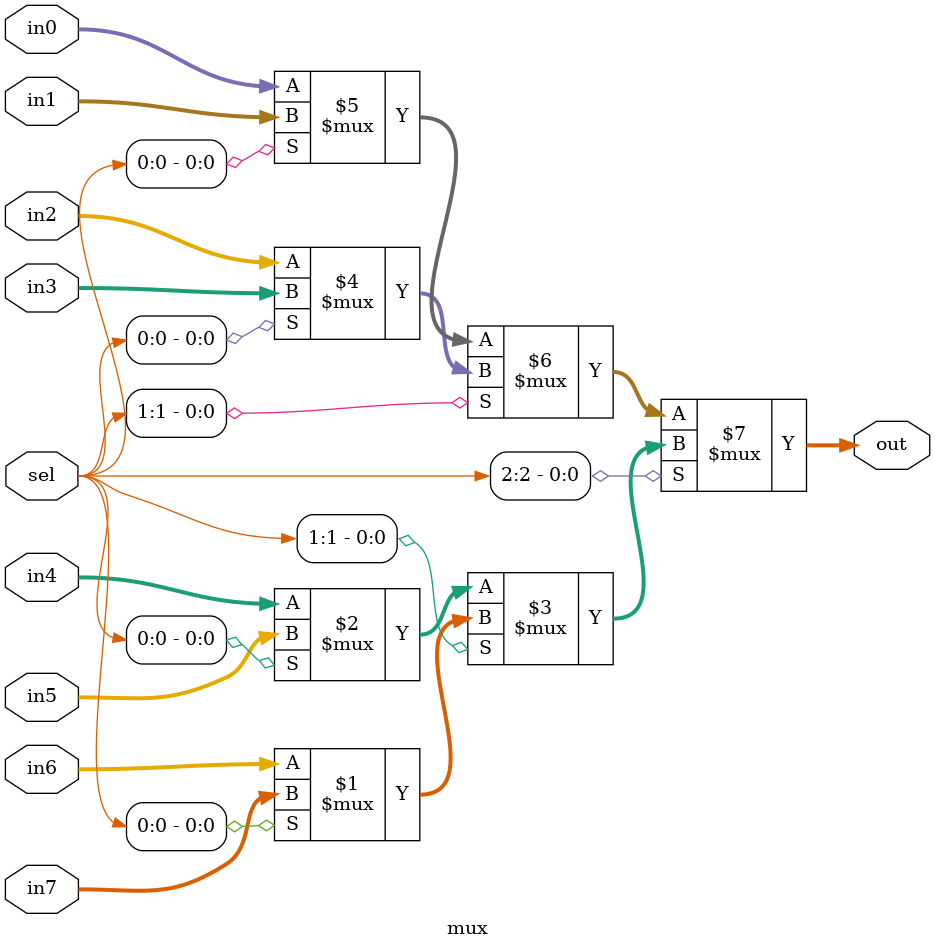
<source format=v>
`timescale 1ns / 1ps

module mux ( input [63:0] in0,                
                         input [63:0] in1,                 
                         input [63:0] in2,                
                         input [63:0] in3,                
			 input [63:0] in4,                
                         input [63:0] in5,                
                         input [63:0] in6,                
                         input [63:0] in7,                
                         input [2:0] sel,               
                         output [63:0] out);            

	assign out = sel [2] ? (sel[1] ? (sel[0] ? in7 : in6) : (sel[0] ? in5 : in4)) : (sel[1] ? (sel[0] ? in3 : in2) : (sel[0] ? in1 : in0)); 
endmodule
</source>
